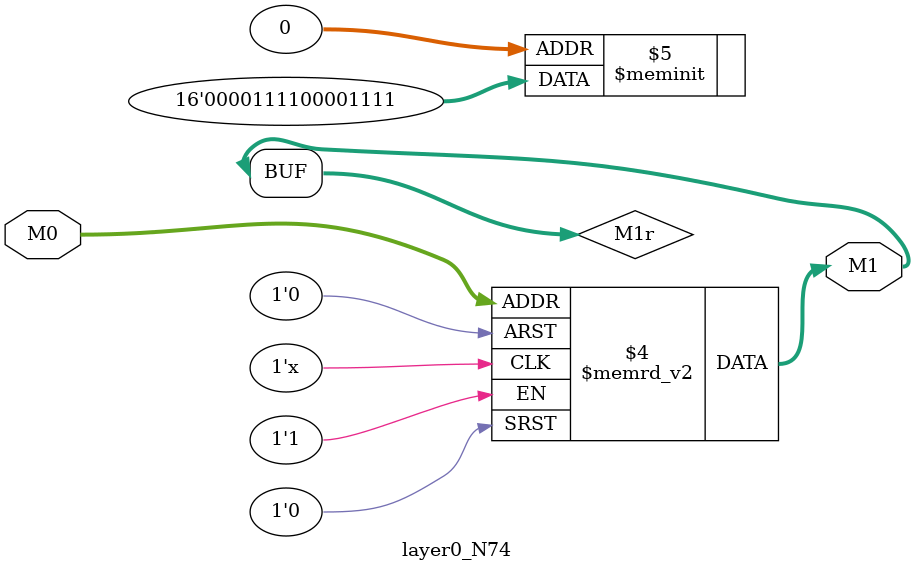
<source format=v>
module layer0_N74 ( input [2:0] M0, output [1:0] M1 );

	(*rom_style = "distributed" *) reg [1:0] M1r;
	assign M1 = M1r;
	always @ (M0) begin
		case (M0)
			3'b000: M1r = 2'b11;
			3'b100: M1r = 2'b11;
			3'b010: M1r = 2'b00;
			3'b110: M1r = 2'b00;
			3'b001: M1r = 2'b11;
			3'b101: M1r = 2'b11;
			3'b011: M1r = 2'b00;
			3'b111: M1r = 2'b00;

		endcase
	end
endmodule

</source>
